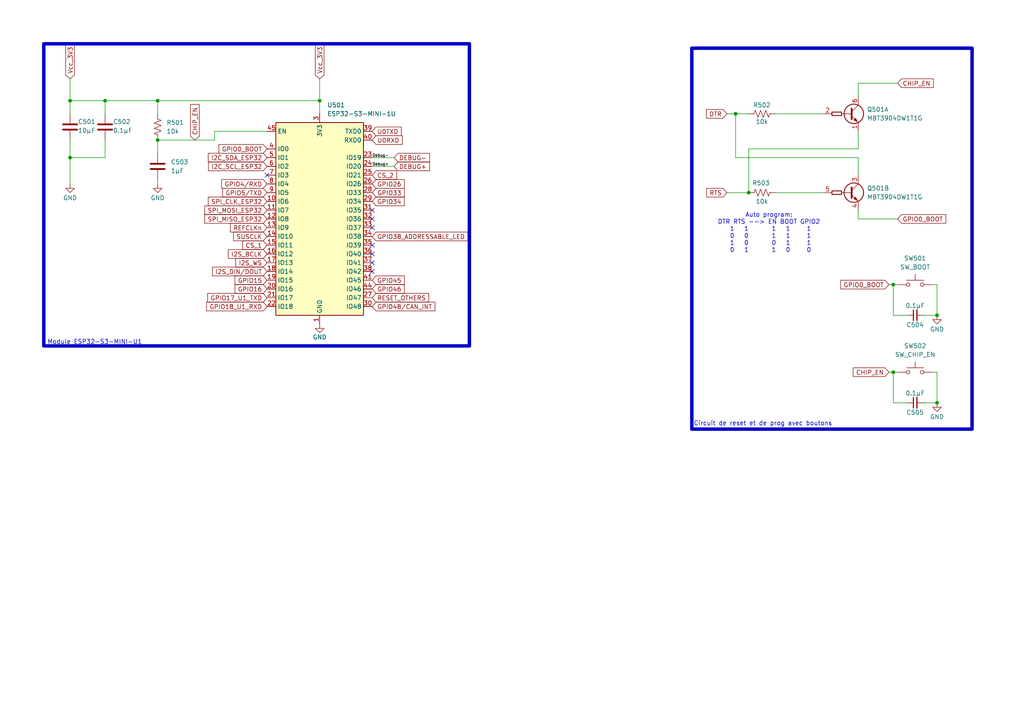
<source format=kicad_sch>
(kicad_sch (version 20231120) (generator "eeschema") (generator_version "8.0")
  (paper "A4")
  (lib_symbols
    (symbol "Device:C" (pin_numbers hide) (pin_names (offset 0.254))
      (property "Reference" "C" (at 0.635 2.54 0))
      (property "Value" "C" (at 0.635 -2.54 0))
      (symbol "C_0_1"
        (polyline (pts (xy -2.032 -0.762) (xy 2.032 -0.762)) (stroke (width 0.508)))
        (polyline (pts (xy -2.032 0.762) (xy 2.032 0.762)) (stroke (width 0.508)))
      )
      (symbol "C_1_1"
        (pin passive line (at 0 3.81 270) (length 2.794) (name "~") (number "1"))
        (pin passive line (at 0 -3.81 90) (length 2.794) (name "~") (number "2"))
      )
    )
    (symbol "Device:C_Small" (pin_numbers hide) (pin_names (offset 0.254) hide)
      (property "Reference" "C" (at 0.254 1.778 0))
      (property "Value" "C_Small" (at 0.254 -2.032 0))
      (symbol "C_Small_0_1"
        (polyline (pts (xy -1.524 -0.508) (xy 1.524 -0.508)) (stroke (width 0.3302)))
        (polyline (pts (xy -1.524 0.508) (xy 1.524 0.508)) (stroke (width 0.3048)))
      )
      (symbol "C_Small_1_1"
        (pin passive line (at 0 2.54 270) (length 2.032) (name "~") (number "1"))
        (pin passive line (at 0 -2.54 90) (length 2.032) (name "~") (number "2"))
      )
    )
    (symbol "Device:R_US" (pin_numbers hide) (pin_names (offset 0))
      (property "Reference" "R" (at 2.54 0 90))
      (property "Value" "R_US" (at -2.54 0 90))
      (symbol "R_US_0_1"
        (polyline (pts (xy 0 -2.286) (xy 0 -2.54)))
        (polyline (pts (xy 0 2.286) (xy 0 2.54)))
        (polyline (pts (xy 0 -0.762) (xy 1.016 -1.143) (xy 0 -1.524) (xy -1.016 -1.905) (xy 0 -2.286)))
        (polyline (pts (xy 0 0.762) (xy 1.016 0.381) (xy 0 0) (xy -1.016 -0.381) (xy 0 -0.762)))
        (polyline (pts (xy 0 2.286) (xy 1.016 1.905) (xy 0 1.524) (xy -1.016 1.143) (xy 0 0.762)))
      )
      (symbol "R_US_1_1"
        (pin passive line (at 0 3.81 270) (length 1.27) (name "~") (number "1"))
        (pin passive line (at 0 -3.81 90) (length 1.27) (name "~") (number "2"))
      )
    )
    (symbol "MCU_Espressif:ESP32-S3-MINI-1U"
      (property "Reference" "U" (at -11.43 29.21 0))
      (property "Value" "ESP32-S3-MINI-1U" (at 12.7 29.21 0))
      (symbol "ESP32-S3-MINI-1U_0_1"
        (rectangle (start -12.7 27.94) (end 12.7 -27.94) (stroke (width 0.254)) (fill (type background)))
      )
      (symbol "ESP32-S3-MINI-1U_1_1"
        (pin power_in line (at 0 -30.48 90) (length 2.54) (name "GND") (number "1"))
        (pin bidirectional line (at -15.24 5.08 0) (length 2.54) (name "IO6") (number "10"))
        (pin bidirectional line (at -15.24 2.54 0) (length 2.54) (name "IO7") (number "11"))
        (pin bidirectional line (at -15.24 0 0) (length 2.54) (name "IO8") (number "12"))
        (pin bidirectional line (at -15.24 -2.54 0) (length 2.54) (name "IO9") (number "13"))
        (pin bidirectional line (at -15.24 -5.08 0) (length 2.54) (name "IO10") (number "14"))
        (pin bidirectional line (at -15.24 -7.62 0) (length 2.54) (name "IO11") (number "15"))
        (pin bidirectional line (at -15.24 -10.16 0) (length 2.54) (name "IO12") (number "16"))
        (pin bidirectional line (at -15.24 -12.7 0) (length 2.54) (name "IO13") (number "17"))
        (pin bidirectional line (at -15.24 -15.24 0) (length 2.54) (name "IO14") (number "18"))
        (pin bidirectional line (at -15.24 -17.78 0) (length 2.54) (name "IO15") (number "19"))
        (pin passive line (at 0 -30.48 90) (length 2.54) hide (name "GND") (number "2"))
        (pin bidirectional line (at -15.24 -20.32 0) (length 2.54) (name "IO16") (number "20"))
        (pin bidirectional line (at -15.24 -22.86 0) (length 2.54) (name "IO17") (number "21"))
        (pin bidirectional line (at -15.24 -25.4 0) (length 2.54) (name "IO18") (number "22"))
        (pin bidirectional line (at 15.24 17.78 180) (length 2.54) (name "IO19") (number "23"))
        (pin bidirectional line (at 15.24 15.24 180) (length 2.54) (name "IO20") (number "24"))
        (pin bidirectional line (at 15.24 12.7 180) (length 2.54) (name "IO21") (number "25"))
        (pin bidirectional line (at 15.24 10.16 180) (length 2.54) (name "IO26") (number "26"))
        (pin bidirectional line (at 15.24 -22.86 180) (length 2.54) (name "IO47") (number "27"))
        (pin bidirectional line (at 15.24 7.62 180) (length 2.54) (name "IO33") (number "28"))
        (pin bidirectional line (at 15.24 5.08 180) (length 2.54) (name "IO34") (number "29"))
        (pin power_in line (at 0 30.48 270) (length 2.54) (name "3V3") (number "3"))
        (pin bidirectional line (at 15.24 -25.4 180) (length 2.54) (name "IO48") (number "30"))
        (pin bidirectional line (at 15.24 2.54 180) (length 2.54) (name "IO35") (number "31"))
        (pin bidirectional line (at 15.24 0 180) (length 2.54) (name "IO36") (number "32"))
        (pin bidirectional line (at 15.24 -2.54 180) (length 2.54) (name "IO37") (number "33"))
        (pin bidirectional line (at 15.24 -5.08 180) (length 2.54) (name "IO38") (number "34"))
        (pin bidirectional line (at 15.24 -7.62 180) (length 2.54) (name "IO39") (number "35"))
        (pin bidirectional line (at 15.24 -10.16 180) (length 2.54) (name "IO40") (number "36"))
        (pin bidirectional line (at 15.24 -12.7 180) (length 2.54) (name "IO41") (number "37"))
        (pin bidirectional line (at 15.24 -15.24 180) (length 2.54) (name "IO42") (number "38"))
        (pin bidirectional line (at 15.24 25.4 180) (length 2.54) (name "TXD0") (number "39"))
        (pin bidirectional line (at -15.24 20.32 0) (length 2.54) (name "IO0") (number "4"))
        (pin bidirectional line (at 15.24 22.86 180) (length 2.54) (name "RXD0") (number "40"))
        (pin bidirectional line (at 15.24 -17.78 180) (length 2.54) (name "IO45") (number "41"))
        (pin passive line (at 0 -30.48 90) (length 2.54) hide (name "GND") (number "42"))
        (pin passive line (at 0 -30.48 90) (length 2.54) hide (name "GND") (number "43"))
        (pin bidirectional line (at 15.24 -20.32 180) (length 2.54) (name "IO46") (number "44"))
        (pin input line (at -15.24 25.4 0) (length 2.54) (name "EN") (number "45"))
        (pin passive line (at 0 -30.48 90) (length 2.54) hide (name "GND") (number "46"))
        (pin passive line (at 0 -30.48 90) (length 2.54) hide (name "GND") (number "47"))
        (pin passive line (at 0 -30.48 90) (length 2.54) hide (name "GND") (number "48"))
        (pin passive line (at 0 -30.48 90) (length 2.54) hide (name "GND") (number "49"))
        (pin bidirectional line (at -15.24 17.78 0) (length 2.54) (name "IO1") (number "5"))
        (pin passive line (at 0 -30.48 90) (length 2.54) hide (name "GND") (number "50"))
        (pin passive line (at 0 -30.48 90) (length 2.54) hide (name "GND") (number "51"))
        (pin passive line (at 0 -30.48 90) (length 2.54) hide (name "GND") (number "52"))
        (pin passive line (at 0 -30.48 90) (length 2.54) hide (name "GND") (number "53"))
        (pin passive line (at 0 -30.48 90) (length 2.54) hide (name "GND") (number "54"))
        (pin passive line (at 0 -30.48 90) (length 2.54) hide (name "GND") (number "55"))
        (pin passive line (at 0 -30.48 90) (length 2.54) hide (name "GND") (number "56"))
        (pin passive line (at 0 -30.48 90) (length 2.54) hide (name "GND") (number "57"))
        (pin passive line (at 0 -30.48 90) (length 2.54) hide (name "GND") (number "58"))
        (pin passive line (at 0 -30.48 90) (length 2.54) hide (name "GND") (number "59"))
        (pin bidirectional line (at -15.24 15.24 0) (length 2.54) (name "IO2") (number "6"))
        (pin passive line (at 0 -30.48 90) (length 2.54) hide (name "GND") (number "60"))
        (pin passive line (at 0 -30.48 90) (length 2.54) hide (name "GND") (number "61"))
        (pin passive line (at 0 -30.48 90) (length 2.54) hide (name "GND") (number "62"))
        (pin passive line (at 0 -30.48 90) (length 2.54) hide (name "GND") (number "63"))
        (pin passive line (at 0 -30.48 90) (length 2.54) hide (name "GND") (number "64"))
        (pin passive line (at 0 -30.48 90) (length 2.54) hide (name "GND") (number "65"))
        (pin bidirectional line (at -15.24 12.7 0) (length 2.54) (name "IO3") (number "7"))
        (pin bidirectional line (at -15.24 10.16 0) (length 2.54) (name "IO4") (number "8"))
        (pin bidirectional line (at -15.24 7.62 0) (length 2.54) (name "IO5") (number "9"))
      )
    )
    (symbol "Switch:SW_Push" (pin_numbers hide) (pin_names (offset 1.016) hide)
      (property "Reference" "SW" (at 1.27 2.54 0))
      (property "Value" "SW_Push" (at 0 -1.524 0))
      (symbol "SW_Push_0_1"
        (circle (center -2.032 0) (radius 0.508))
        (polyline (pts (xy 0 1.27) (xy 0 3.048)))
        (polyline (pts (xy 2.54 1.27) (xy -2.54 1.27)))
        (circle (center 2.032 0) (radius 0.508))
        (pin passive line (at -5.08 0 0) (length 2.54) (name "1") (number "1"))
        (pin passive line (at 5.08 0 180) (length 2.54) (name "2") (number "2"))
      )
    )
    (symbol "Transistor_BJT:UMH3N" (pin_names hide)
      (property "Reference" "Q" (at 7.62 1.27 0))
      (property "Value" "UMH3N" (at 7.62 -1.27 0))
      (symbol "UMH3N_0_1"
        (polyline (pts (xy 3.175 0) (xy 0.254 0)))
        (polyline (pts (xy 3.175 0.635) (xy 5.08 2.54)))
        (polyline (pts (xy 3.175 1.524) (xy 3.175 -1.524)) (stroke (width 0.508)))
        (polyline (pts (xy 3.175 -0.635) (xy 5.08 -2.54) (xy 5.08 -2.54)))
        (polyline (pts (xy 3.81 -1.778) (xy 4.318 -1.27) (xy 4.826 -2.286) (xy 3.81 -1.778) (xy 3.81 -1.778)) (fill (type outline)))
        (rectangle (start 0.254 0.508) (end -2.54 -0.508) (stroke (width 0.254)))
        (circle (center 3.81 0) (radius 2.8194) (stroke (width 0.254)))
      )
      (symbol "UMH3N_1_1"
        (pin passive line (at 5.08 -5.08 90) (length 2.54) (name "E1") (number "1"))
        (pin input line (at -5.08 0 0) (length 2.54) (name "B1") (number "2"))
        (pin passive line (at 5.08 5.08 270) (length 2.54) (name "C1") (number "6"))
      )
      (symbol "UMH3N_2_1"
        (pin passive line (at 5.08 5.08 270) (length 2.54) (name "C2") (number "3"))
        (pin passive line (at 5.08 -5.08 90) (length 2.54) (name "E2") (number "4"))
        (pin input line (at -5.08 0 0) (length 2.54) (name "B2") (number "5"))
      )
    )
    (symbol "power:GND" (power) (pin_numbers hide) (pin_names (offset 0) hide)
      (property "Value" "GND" (at 0 -3.81 0))
      (symbol "GND_0_1"
        (polyline (pts (xy 0 0) (xy 0 -1.27) (xy 1.27 -1.27) (xy 0 -2.54) (xy -1.27 -1.27) (xy 0 -1.27)))
      )
      (symbol "GND_1_1"
        (pin power_in line (at 0 0 270) (length 0) (name "~") (number "1"))
      )
    )
  )
  (junction (at 259.08 82.55))
  (junction (at 271.78 116.84))
  (junction (at 217.17 55.88))
  (junction (at 20.32 29.21))
  (junction (at 45.72 29.21))
  (junction (at 45.72 40.64))
  (junction (at 213.36 33.02))
  (junction (at 92.71 29.21))
  (junction (at 271.78 91.44))
  (junction (at 259.08 107.95))
  (junction (at 20.32 45.72))
  (junction (at 30.48 29.21))
  (no_connect (at 107.95 63.5))
  (no_connect (at 107.95 60.96))
  (no_connect (at 107.95 66.04))
  (no_connect (at 107.95 73.66))
  (no_connect (at 107.95 71.12))
  (no_connect (at 107.95 76.2))
  (no_connect (at 107.95 78.74))
  (no_connect (at 77.47 50.8))
  (wire (pts (xy 260.35 24.13) (xy 248.92 24.13)))
  (wire (pts (xy 271.78 116.84) (xy 271.78 107.95)))
  (wire (pts (xy 45.72 33.02) (xy 45.72 29.21)))
  (wire (pts (xy 260.35 63.5) (xy 248.92 63.5)))
  (wire (pts (xy 259.08 82.55) (xy 260.35 82.55)))
  (wire (pts (xy 62.23 38.1) (xy 77.47 38.1)))
  (wire (pts (xy 114.3 45.72) (xy 107.95 45.72)))
  (wire (pts (xy 20.32 45.72) (xy 20.32 53.34)))
  (wire (pts (xy 30.48 40.64) (xy 30.48 45.72)))
  (wire (pts (xy 217.17 43.18) (xy 217.17 55.88)))
  (wire (pts (xy 248.92 43.18) (xy 217.17 43.18)))
  (wire (pts (xy 262.89 91.44) (xy 259.08 91.44)))
  (wire (pts (xy 20.32 45.72) (xy 30.48 45.72)))
  (wire (pts (xy 30.48 29.21) (xy 20.32 29.21)))
  (wire (pts (xy 257.81 107.95) (xy 259.08 107.95)))
  (wire (pts (xy 259.08 107.95) (xy 260.35 107.95)))
  (wire (pts (xy 114.3 48.26) (xy 107.95 48.26)))
  (wire (pts (xy 20.32 40.64) (xy 20.32 45.72)))
  (wire (pts (xy 248.92 38.1) (xy 248.92 43.18)))
  (wire (pts (xy 257.81 82.55) (xy 259.08 82.55)))
  (wire (pts (xy 20.32 22.86) (xy 20.32 29.21)))
  (wire (pts (xy 224.79 55.88) (xy 238.76 55.88)))
  (wire (pts (xy 45.72 53.34) (xy 45.72 52.07)))
  (wire (pts (xy 271.78 91.44) (xy 271.78 82.55)))
  (wire (pts (xy 248.92 50.8) (xy 248.92 45.72)))
  (wire (pts (xy 45.72 29.21) (xy 92.71 29.21)))
  (wire (pts (xy 259.08 82.55) (xy 259.08 91.44)))
  (wire (pts (xy 92.71 22.86) (xy 92.71 29.21)))
  (wire (pts (xy 213.36 45.72) (xy 213.36 33.02)))
  (wire (pts (xy 62.23 40.64) (xy 62.23 38.1)))
  (wire (pts (xy 20.32 29.21) (xy 20.32 33.02)))
  (wire (pts (xy 92.71 29.21) (xy 92.71 33.02)))
  (wire (pts (xy 248.92 24.13) (xy 248.92 27.94)))
  (wire (pts (xy 259.08 107.95) (xy 259.08 116.84)))
  (wire (pts (xy 30.48 29.21) (xy 45.72 29.21)))
  (wire (pts (xy 262.89 116.84) (xy 259.08 116.84)))
  (wire (pts (xy 45.72 40.64) (xy 62.23 40.64)))
  (wire (pts (xy 30.48 29.21) (xy 30.48 33.02)))
  (wire (pts (xy 248.92 63.5) (xy 248.92 60.96)))
  (wire (pts (xy 271.78 82.55) (xy 270.51 82.55)))
  (wire (pts (xy 45.72 40.64) (xy 45.72 44.45)))
  (wire (pts (xy 224.79 33.02) (xy 238.76 33.02)))
  (wire (pts (xy 248.92 45.72) (xy 213.36 45.72)))
  (wire (pts (xy 213.36 33.02) (xy 217.17 33.02)))
  (wire (pts (xy 210.82 55.88) (xy 217.17 55.88)))
  (wire (pts (xy 271.78 107.95) (xy 270.51 107.95)))
  (wire (pts (xy 267.97 116.84) (xy 271.78 116.84)))
  (wire (pts (xy 267.97 91.44) (xy 271.78 91.44)))
  (wire (pts (xy 210.82 33.02) (xy 213.36 33.02)))
  (rectangle (start 200.66 13.97) (end 281.94 124.46) (stroke (width 1)))
  (rectangle (start 12.7 12.7) (end 136.144 100.33) (stroke (width 1)))
  (text "Module ESP32-S3-MINI-U1\n" (at 13.716 99.314 0) (effects (font (size 1.27 1.27)) (justify left)))
  (text "Circuit de reset et de prog avec boutons" (at 201.168 122.936 0) (effects (font (size 1.27 1.27)) (justify left)))
  (text "Auto program:\nDTR RTS --> EN BOOT GPIO2\n 1   1       1   1     1\n 0   0       1   1     1\n 1   0       0   1     1\n 0   1       1   0     0" (at 223.012 67.564 0) (effects (font (size 1.27 1.27))))
  (label "Debug+" (at 107.95 48.26 0) (effects (font (size 0.8 0.8))))
  (label "Debug-" (at 107.95 45.72 0) (effects (font (size 0.8 0.8))))
  (global_label "GPIO33" (shape input) (at 107.95 55.88 0) (property "Intersheetrefs" "${INTERSHEET_REFS}" (effects (hide yes))))
  (global_label "GPIO17_U1_TXD" (shape input) (at 77.47 86.36 180) (property "Intersheetrefs" "${INTERSHEET_REFS}" (effects (hide yes))))
  (global_label "GPIO15" (shape input) (at 77.47 81.28 180) (property "Intersheetrefs" "${INTERSHEET_REFS}" (effects (hide yes))))
  (global_label "GPIO48{slash}CAN_INT" (shape input) (at 107.95 88.9 0) (property "Intersheetrefs" "${INTERSHEET_REFS}" (effects (hide yes))))
  (global_label "GPIO18_U1_RXD" (shape input) (at 77.47 88.9 180) (property "Intersheetrefs" "${INTERSHEET_REFS}" (effects (hide yes))))
  (global_label "GPIO16" (shape input) (at 77.47 83.82 180) (property "Intersheetrefs" "${INTERSHEET_REFS}" (effects (hide yes))))
  (global_label "GPIO0_BOOT" (shape input) (at 257.81 82.55 180) (property "Intersheetrefs" "${INTERSHEET_REFS}" (effects (hide yes))))
  (global_label "GPIO4{slash}RXD" (shape input) (at 77.47 53.34 180) (property "Intersheetrefs" "${INTERSHEET_REFS}" (effects (hide yes))))
  (global_label "GPIO38_ADDRESSABLE_LED" (shape input) (at 107.95 68.58 0) (property "Intersheetrefs" "${INTERSHEET_REFS}" (effects (hide yes))))
  (global_label "I2S_DIN{slash}DOUT" (shape input) (at 77.47 78.74 180) (property "Intersheetrefs" "${INTERSHEET_REFS}" (effects (hide yes))))
  (global_label "GPIO46" (shape input) (at 107.95 83.82 0) (property "Intersheetrefs" "${INTERSHEET_REFS}" (effects (hide yes))))
  (global_label "GPIO45" (shape input) (at 107.95 81.28 0) (property "Intersheetrefs" "${INTERSHEET_REFS}" (effects (hide yes))))
  (global_label "GPIO5{slash}TXD" (shape input) (at 77.47 55.88 180) (property "Intersheetrefs" "${INTERSHEET_REFS}" (effects (hide yes))))
  (global_label "CS_1" (shape input) (at 77.47 71.12 180) (property "Intersheetrefs" "${INTERSHEET_REFS}" (effects (hide yes))))
  (global_label "CHIP_EN" (shape input) (at 260.35 24.13 0) (property "Intersheetrefs" "${INTERSHEET_REFS}" (effects (hide yes))))
  (global_label "DEBUG+" (shape input) (at 114.3 48.26 0) (property "Intersheetrefs" "${INTERSHEET_REFS}" (effects (hide yes))))
  (global_label "GPIO0_BOOT" (shape input) (at 260.35 63.5 0) (property "Intersheetrefs" "${INTERSHEET_REFS}" (effects (hide yes))))
  (global_label "REFCLKn" (shape input) (at 77.47 66.04 180) (property "Intersheetrefs" "${INTERSHEET_REFS}" (effects (hide yes))))
  (global_label "SPI_CLK_ESP32" (shape input) (at 77.47 58.42 180) (property "Intersheetrefs" "${INTERSHEET_REFS}" (effects (hide yes))))
  (global_label "RTS" (shape input) (at 210.82 55.88 180) (property "Intersheetrefs" "${INTERSHEET_REFS}" (effects (hide yes))))
  (global_label "DEBUG-" (shape input) (at 114.3 45.72 0) (property "Intersheetrefs" "${INTERSHEET_REFS}" (effects (hide yes))))
  (global_label "RESET_OTHERS" (shape input) (at 107.95 86.36 0) (property "Intersheetrefs" "${INTERSHEET_REFS}" (effects (hide yes))))
  (global_label "CS_2" (shape input) (at 107.95 50.8 0) (property "Intersheetrefs" "${INTERSHEET_REFS}" (effects (hide yes))))
  (global_label "GPIO34" (shape input) (at 107.95 58.42 0) (property "Intersheetrefs" "${INTERSHEET_REFS}" (effects (hide yes))))
  (global_label "CHIP_EN" (shape input) (at 56.515 40.64 90) (property "Intersheetrefs" "${INTERSHEET_REFS}" (effects (hide yes))))
  (global_label "GPIO0_BOOT" (shape input) (at 77.47 43.18 180) (property "Intersheetrefs" "${INTERSHEET_REFS}" (effects (hide yes))))
  (global_label "Vcc_3V3" (shape input) (at 20.32 22.86 90) (property "Intersheetrefs" "${INTERSHEET_REFS}" (effects (hide yes))))
  (global_label "U0TXD" (shape input) (at 107.95 38.1 0) (property "Intersheetrefs" "${INTERSHEET_REFS}" (effects (hide yes))))
  (global_label "SUSCLK" (shape input) (at 77.47 68.58 180) (property "Intersheetrefs" "${INTERSHEET_REFS}" (effects (hide yes))))
  (global_label "I2C_SDA_ESP32" (shape input) (at 77.47 45.72 180) (property "Intersheetrefs" "${INTERSHEET_REFS}" (effects (hide yes))))
  (global_label "I2C_SCL_ESP32" (shape input) (at 77.47 48.26 180) (property "Intersheetrefs" "${INTERSHEET_REFS}" (effects (hide yes))))
  (global_label "DTR" (shape input) (at 210.82 33.02 180) (property "Intersheetrefs" "${INTERSHEET_REFS}" (effects (hide yes))))
  (global_label "CHIP_EN" (shape input) (at 257.81 107.95 180) (property "Intersheetrefs" "${INTERSHEET_REFS}" (effects (hide yes))))
  (global_label "GPIO26" (shape input) (at 107.95 53.34 0) (property "Intersheetrefs" "${INTERSHEET_REFS}" (effects (hide yes))))
  (global_label "U0RXD" (shape input) (at 107.95 40.64 0) (property "Intersheetrefs" "${INTERSHEET_REFS}" (effects (hide yes))))
  (global_label "I2S_WS" (shape input) (at 77.47 76.2 180) (property "Intersheetrefs" "${INTERSHEET_REFS}" (effects (hide yes))))
  (global_label "I2S_BCLK" (shape input) (at 77.47 73.66 180) (property "Intersheetrefs" "${INTERSHEET_REFS}" (effects (hide yes))))
  (global_label "SPI_MOSI_ESP32" (shape input) (at 77.47 60.96 180) (property "Intersheetrefs" "${INTERSHEET_REFS}" (effects (hide yes))))
  (global_label "SPI_MISO_ESP32" (shape input) (at 77.47 63.5 180) (property "Intersheetrefs" "${INTERSHEET_REFS}" (effects (hide yes))))
  (global_label "Vcc_3V3" (shape input) (at 92.71 22.86 90) (property "Intersheetrefs" "${INTERSHEET_REFS}" (effects (hide yes))))
  (symbol (lib_id "power:GND") (at 45.72 53.34 0) (unit 1)
    (property "Reference" "#PWR0502" (effects (hide yes)))
    (property "Value" "GND" (at 45.72 57.404 0))
    (property "Description" "Power symbol creates a global label with name \"GND\" , ground" (effects (hide yes)))
  )
  (symbol (lib_id "Device:C_Small") (at 265.43 91.44 90) (unit 1)
    (property "Reference" "C504" (at 265.43 94.234 90))
    (property "Value" "0.1µF" (at 265.43 88.646 90))
    (property "Footprint" "Resistor_SMD:R_0805_2012Metric" (effects (hide yes)))
    (property "Description" "Unpolarized capacitor, small symbol" (effects (hide yes)))
  )
  (symbol (lib_id "Device:R_US") (at 220.98 33.02 90) (unit 1)
    (property "Reference" "R502" (at 220.98 30.48 90))
    (property "Value" "10k" (at 220.98 35.306 90))
    (property "Footprint" "Resistor_SMD:R_0805_2012Metric" (effects (hide yes)))
    (property "Description" "Resistor, US symbol" (effects (hide yes)))
  )
  (symbol (lib_id "Device:R_US") (at 220.98 55.88 90) (unit 1)
    (property "Reference" "R503" (at 220.726 53.086 90))
    (property "Value" "10k" (at 220.98 58.42 90))
    (property "Footprint" "Resistor_SMD:R_0805_2012Metric" (effects (hide yes)))
    (property "Description" "Resistor, US symbol" (effects (hide yes)))
  )
  (symbol (lib_id "power:GND") (at 92.71 93.98 0) (unit 1)
    (property "Reference" "#PWR0503" (effects (hide yes)))
    (property "Value" "GND" (at 92.71 97.79 0))
    (property "Description" "Power symbol creates a global label with name \"GND\" , ground" (effects (hide yes)))
  )
  (symbol (lib_id "power:GND") (at 271.78 91.44 0) (unit 1)
    (property "Reference" "#PWR0504" (effects (hide yes)))
    (property "Value" "GND" (at 271.78 95.504 0))
    (property "Description" "Power symbol creates a global label with name \"GND\" , ground" (effects (hide yes)))
  )
  (symbol (lib_id "power:GND") (at 271.78 116.84 0) (unit 1)
    (property "Reference" "#PWR0505" (effects (hide yes)))
    (property "Value" "GND" (at 271.78 120.904 0))
    (property "Description" "Power symbol creates a global label with name \"GND\" , ground" (effects (hide yes)))
  )
  (symbol (lib_id "Device:C_Small") (at 265.43 116.84 90) (unit 1)
    (property "Reference" "C505" (at 265.43 119.634 90))
    (property "Value" "0.1µF" (at 265.43 114.046 90))
    (property "Footprint" "Resistor_SMD:R_0805_2012Metric" (effects (hide yes)))
    (property "Description" "Unpolarized capacitor, small symbol" (effects (hide yes)))
  )
  (symbol (lib_id "Switch:SW_Push") (at 265.43 82.55 0) (unit 1)
    (property "Reference" "SW501" (at 265.43 74.93 0))
    (property "Value" "SW_BOOT" (at 265.43 77.47 0))
    (property "Footprint" "Button_Switch_SMD:SW_DIP_SPSTx01_Slide_6.7x4.1mm_W6.73mm_P2.54mm_LowProfile_JPin" (effects (hide yes)))
    (property "Description" "Push button switch, generic, two pins" (effects (hide yes)))
  )
  (symbol (lib_id "MCU_Espressif:ESP32-S3-MINI-1U") (at 92.71 63.5 0) (unit 1)
    (property "Reference" "U501" (at 94.9041 30.48 0) (effects (justify left)))
    (property "Value" "ESP32-S3-MINI-1U" (at 94.9041 33.02 0) (effects (justify left)))
    (property "Footprint" "RF_Module:ESP32-S2-MINI-1U" (effects (hide yes)))
    (property "Datasheet" "https://www.espressif.com/sites/default/files/documentation/esp32-s3-mini-1_mini-1u_datasheet_en.pdf" (effects (hide yes)))
    (property "Description" "RF Module, ESP32-S3 SoC, Wi-Fi 802.11b/g/n, Bluetooth, BLE, 32-bit, 3.3V, SMD, external antenna" (effects (hide yes)))
  )
  (symbol (lib_id "Device:R_US") (at 45.72 36.83 0) (unit 1)
    (property "Reference" "R501" (at 48.26 35.5599 0) (effects (justify left)))
    (property "Value" "10k" (at 48.26 38.0999 0) (effects (justify left)))
    (property "Footprint" "Resistor_SMD:R_0805_2012Metric" (effects (hide yes)))
    (property "Description" "Resistor, US symbol" (effects (hide yes)))
  )
  (symbol (lib_id "Switch:SW_Push") (at 265.43 107.95 0) (unit 1)
    (property "Reference" "SW502" (at 265.43 100.33 0))
    (property "Value" "SW_CHIP_EN" (at 265.43 102.87 0))
    (property "Footprint" "Button_Switch_SMD:SW_DIP_SPSTx01_Slide_6.7x4.1mm_W6.73mm_P2.54mm_LowProfile_JPin" (effects (hide yes)))
    (property "Description" "Push button switch, generic, two pins" (effects (hide yes)))
  )
  (symbol (lib_id "Device:C") (at 20.32 36.83 0) (unit 1)
    (property "Reference" "C501" (at 22.606 35.306 0) (effects (justify left)))
    (property "Value" "10µF" (at 22.606 37.846 0) (effects (justify left)))
    (property "Footprint" "Resistor_SMD:R_0805_2012Metric" (effects (hide yes)))
    (property "Description" "Unpolarized capacitor" (effects (hide yes)))
  )
  (symbol (lib_id "Device:C") (at 45.72 48.26 0) (unit 1)
    (property "Reference" "C503" (at 49.53 46.9899 0) (effects (justify left)))
    (property "Value" "1µF" (at 49.53 49.5299 0) (effects (justify left)))
    (property "Footprint" "Resistor_SMD:R_0805_2012Metric" (effects (hide yes)))
    (property "Description" "Unpolarized capacitor" (effects (hide yes)))
  )
  (symbol (lib_id "Transistor_BJT:UMH3N") (at 243.84 55.88 0) (unit 2)
    (property "Reference" "Q501" (at 251.46 54.6099 0) (effects (justify left)))
    (property "Value" "MBT3904DW1T1G" (at 251.46 57.1499 0) (effects (justify left)))
    (property "Footprint" "Package_TO_SOT_SMD:SOT-363_SC-70-6" (effects (hide yes)))
    (property "Datasheet" "http://rohmfs.rohm.com/en/products/databook/datasheet/discrete/transistor/digital/emh3t2r-e.pdf" (effects (hide yes)))
    (property "Description" "0.1A Ic, 50V Vce, Dual NPN Input Resistor Transistors, SOT-363" (effects (hide yes)))
  )
  (symbol (lib_id "Transistor_BJT:UMH3N") (at 243.84 33.02 0) (unit 1)
    (property "Reference" "Q501" (at 251.46 31.7499 0) (effects (justify left)))
    (property "Value" "MBT3904DW1T1G" (at 251.46 34.2899 0) (effects (justify left)))
    (property "Footprint" "Package_TO_SOT_SMD:SOT-363_SC-70-6" (effects (hide yes)))
    (property "Datasheet" "http://rohmfs.rohm.com/en/products/databook/datasheet/discrete/transistor/digital/emh3t2r-e.pdf" (effects (hide yes)))
    (property "Description" "0.1A Ic, 50V Vce, Dual NPN Input Resistor Transistors, SOT-363" (effects (hide yes)))
  )
  (symbol (lib_id "Device:C") (at 30.48 36.83 0) (unit 1)
    (property "Reference" "C502" (at 32.766 35.306 0) (effects (justify left)))
    (property "Value" "0.1µF" (at 32.766 37.846 0) (effects (justify left)))
    (property "Footprint" "Resistor_SMD:R_0805_2012Metric" (effects (hide yes)))
    (property "Description" "Unpolarized capacitor" (effects (hide yes)))
  )
  (symbol (lib_id "power:GND") (at 20.32 53.34 0) (unit 1)
    (property "Reference" "#PWR0501" (effects (hide yes)))
    (property "Value" "GND" (at 20.32 57.404 0))
    (property "Description" "Power symbol creates a global label with name \"GND\" , ground" (effects (hide yes)))
  )
)
</source>
